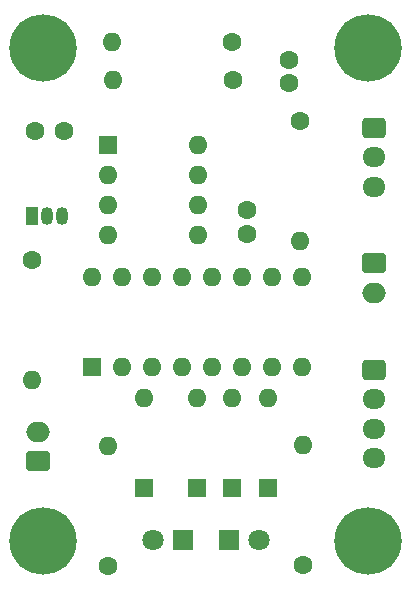
<source format=gbr>
%TF.GenerationSoftware,KiCad,Pcbnew,(6.0.4)*%
%TF.CreationDate,2023-05-23T22:41:31+03:00*%
%TF.ProjectId,metronome,6d657472-6f6e-46f6-9d65-2e6b69636164,rev?*%
%TF.SameCoordinates,Original*%
%TF.FileFunction,Soldermask,Bot*%
%TF.FilePolarity,Negative*%
%FSLAX46Y46*%
G04 Gerber Fmt 4.6, Leading zero omitted, Abs format (unit mm)*
G04 Created by KiCad (PCBNEW (6.0.4)) date 2023-05-23 22:41:31*
%MOMM*%
%LPD*%
G01*
G04 APERTURE LIST*
G04 Aperture macros list*
%AMRoundRect*
0 Rectangle with rounded corners*
0 $1 Rounding radius*
0 $2 $3 $4 $5 $6 $7 $8 $9 X,Y pos of 4 corners*
0 Add a 4 corners polygon primitive as box body*
4,1,4,$2,$3,$4,$5,$6,$7,$8,$9,$2,$3,0*
0 Add four circle primitives for the rounded corners*
1,1,$1+$1,$2,$3*
1,1,$1+$1,$4,$5*
1,1,$1+$1,$6,$7*
1,1,$1+$1,$8,$9*
0 Add four rect primitives between the rounded corners*
20,1,$1+$1,$2,$3,$4,$5,0*
20,1,$1+$1,$4,$5,$6,$7,0*
20,1,$1+$1,$6,$7,$8,$9,0*
20,1,$1+$1,$8,$9,$2,$3,0*%
G04 Aperture macros list end*
%ADD10C,1.600000*%
%ADD11O,1.600000X1.600000*%
%ADD12RoundRect,0.250000X-0.750000X0.600000X-0.750000X-0.600000X0.750000X-0.600000X0.750000X0.600000X0*%
%ADD13O,2.000000X1.700000*%
%ADD14RoundRect,0.250000X0.750000X-0.600000X0.750000X0.600000X-0.750000X0.600000X-0.750000X-0.600000X0*%
%ADD15C,5.700000*%
%ADD16R,1.600000X1.600000*%
%ADD17O,1.950000X1.700000*%
%ADD18RoundRect,0.250000X-0.725000X0.600000X-0.725000X-0.600000X0.725000X-0.600000X0.725000X0.600000X0*%
%ADD19R,1.050000X1.500000*%
%ADD20O,1.050000X1.500000*%
%ADD21R,1.800000X1.800000*%
%ADD22C,1.800000*%
G04 APERTURE END LIST*
D10*
%TO.C,R3*%
X132080000Y-71000000D03*
D11*
X121920000Y-71000000D03*
%TD*%
D12*
%TO.C,J1*%
X144000000Y-86500000D03*
D13*
X144000000Y-89000000D03*
%TD*%
D10*
%TO.C,R1*%
X137750000Y-74420000D03*
D11*
X137750000Y-84580000D03*
%TD*%
D14*
%TO.C,J2*%
X115500000Y-103250000D03*
D13*
X115500000Y-100750000D03*
%TD*%
D10*
%TO.C,R10*%
X121500000Y-112080000D03*
D11*
X121500000Y-101920000D03*
%TD*%
D15*
%TO.C,H2*%
X116000000Y-110000000D03*
%TD*%
D10*
%TO.C,C2*%
X136750000Y-69250000D03*
X136750000Y-71250000D03*
%TD*%
%TO.C,C3*%
X133250000Y-82000000D03*
X133250000Y-84000000D03*
%TD*%
%TO.C,C4*%
X117750000Y-75250000D03*
X115250000Y-75250000D03*
%TD*%
D15*
%TO.C,H3*%
X143500000Y-68250000D03*
%TD*%
D16*
%TO.C,D5*%
X129000000Y-105500000D03*
D11*
X129000000Y-97880000D03*
%TD*%
D17*
%TO.C,J3*%
X144000000Y-103000000D03*
X144000000Y-100500000D03*
X144000000Y-98000000D03*
D18*
X144000000Y-95500000D03*
%TD*%
D15*
%TO.C,H4*%
X116000000Y-68250000D03*
%TD*%
%TO.C,H1*%
X143500000Y-110000000D03*
%TD*%
D16*
%TO.C,D3*%
X135000000Y-105500000D03*
D11*
X135000000Y-97880000D03*
%TD*%
D18*
%TO.C,RV2*%
X144000000Y-75000000D03*
D17*
X144000000Y-77500000D03*
X144000000Y-80000000D03*
%TD*%
D19*
%TO.C,Q1*%
X115000000Y-82500000D03*
D20*
X116270000Y-82500000D03*
X117540000Y-82500000D03*
%TD*%
D21*
%TO.C,D7*%
X127775000Y-109920000D03*
D22*
X125235000Y-109920000D03*
%TD*%
D16*
%TO.C,U2*%
X120125000Y-95300000D03*
D11*
X122665000Y-95300000D03*
X125205000Y-95300000D03*
X127745000Y-95300000D03*
X130285000Y-95300000D03*
X132825000Y-95300000D03*
X135365000Y-95300000D03*
X137905000Y-95300000D03*
X137905000Y-87680000D03*
X135365000Y-87680000D03*
X132825000Y-87680000D03*
X130285000Y-87680000D03*
X127745000Y-87680000D03*
X125205000Y-87680000D03*
X122665000Y-87680000D03*
X120125000Y-87680000D03*
%TD*%
D16*
%TO.C,D4*%
X132000000Y-105500000D03*
D11*
X132000000Y-97880000D03*
%TD*%
D10*
%TO.C,R9*%
X138000000Y-112000000D03*
D11*
X138000000Y-101840000D03*
%TD*%
D16*
%TO.C,U1*%
X121450000Y-76450000D03*
D11*
X121450000Y-78990000D03*
X121450000Y-81530000D03*
X121450000Y-84070000D03*
X129070000Y-84070000D03*
X129070000Y-81530000D03*
X129070000Y-78990000D03*
X129070000Y-76450000D03*
%TD*%
D10*
%TO.C,R2*%
X132000000Y-67750000D03*
D11*
X121840000Y-67750000D03*
%TD*%
D16*
%TO.C,D6*%
X124500000Y-105500000D03*
D11*
X124500000Y-97880000D03*
%TD*%
D21*
%TO.C,D2*%
X131725000Y-109920000D03*
D22*
X134265000Y-109920000D03*
%TD*%
D10*
%TO.C,R4*%
X115000000Y-86170000D03*
D11*
X115000000Y-96330000D03*
%TD*%
M02*

</source>
